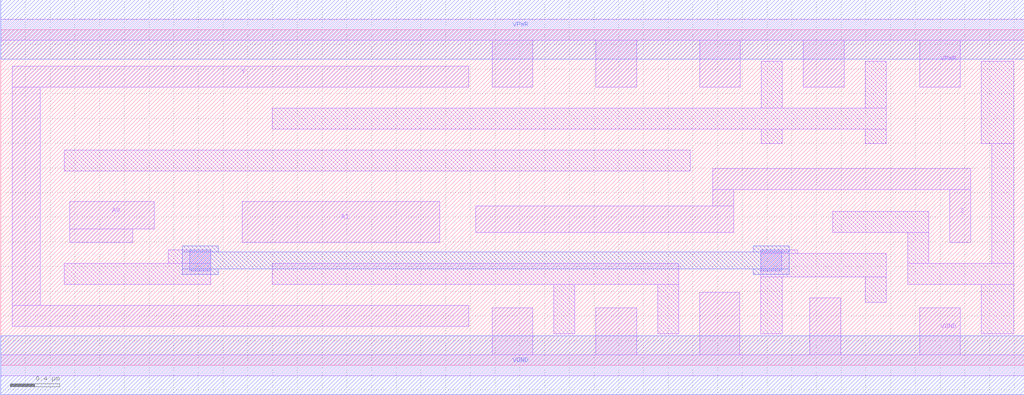
<source format=lef>
# Copyright 2020 The SkyWater PDK Authors
#
# Licensed under the Apache License, Version 2.0 (the "License");
# you may not use this file except in compliance with the License.
# You may obtain a copy of the License at
#
#     https://www.apache.org/licenses/LICENSE-2.0
#
# Unless required by applicable law or agreed to in writing, software
# distributed under the License is distributed on an "AS IS" BASIS,
# WITHOUT WARRANTIES OR CONDITIONS OF ANY KIND, either express or implied.
# See the License for the specific language governing permissions and
# limitations under the License.
#
# SPDX-License-Identifier: Apache-2.0

VERSION 5.5 ;
NAMESCASESENSITIVE ON ;
BUSBITCHARS "[]" ;
DIVIDERCHAR "/" ;
MACRO sky130_fd_sc_hd__mux2i_4
  CLASS CORE ;
  SOURCE USER ;
  ORIGIN  0.000000  0.000000 ;
  SIZE  8.280000 BY  2.720000 ;
  SYMMETRY X Y R90 ;
  SITE unithd ;
  PIN A0
    ANTENNAGATEAREA  0.990000 ;
    DIRECTION INPUT ;
    USE SIGNAL ;
    PORT
      LAYER li1 ;
        RECT 0.560000 0.995000 1.070000 1.105000 ;
        RECT 0.560000 1.105000 1.240000 1.325000 ;
    END
  END A0
  PIN A1
    ANTENNAGATEAREA  0.990000 ;
    DIRECTION INPUT ;
    USE SIGNAL ;
    PORT
      LAYER li1 ;
        RECT 1.955000 0.995000 3.550000 1.325000 ;
    END
  END A1
  PIN S
    ANTENNAGATEAREA  1.237500 ;
    DIRECTION INPUT ;
    USE SIGNAL ;
    PORT
      LAYER li1 ;
        RECT 3.845000 1.075000 5.930000 1.290000 ;
        RECT 5.760000 1.290000 5.930000 1.425000 ;
        RECT 5.760000 1.425000 7.850000 1.595000 ;
        RECT 7.680000 0.995000 7.850000 1.425000 ;
    END
  END S
  PIN Y
    ANTENNADIFFAREA  2.194500 ;
    DIRECTION OUTPUT ;
    USE SIGNAL ;
    PORT
      LAYER li1 ;
        RECT 0.095000 0.315000 3.785000 0.485000 ;
        RECT 0.095000 0.485000 0.320000 2.255000 ;
        RECT 0.095000 2.255000 3.785000 2.425000 ;
    END
  END Y
  PIN VGND
    DIRECTION INOUT ;
    SHAPE ABUTMENT ;
    USE GROUND ;
    PORT
      LAYER li1 ;
        RECT 0.000000 -0.085000 8.280000 0.085000 ;
        RECT 3.975000  0.085000 4.305000 0.465000 ;
        RECT 4.815000  0.085000 5.145000 0.465000 ;
        RECT 5.655000  0.085000 5.980000 0.590000 ;
        RECT 6.545000  0.085000 6.795000 0.545000 ;
        RECT 7.435000  0.085000 7.765000 0.465000 ;
    END
    PORT
      LAYER met1 ;
        RECT 0.000000 -0.240000 8.280000 0.240000 ;
    END
  END VGND
  PIN VPWR
    DIRECTION INOUT ;
    SHAPE ABUTMENT ;
    USE POWER ;
    PORT
      LAYER li1 ;
        RECT 0.000000 2.635000 8.280000 2.805000 ;
        RECT 3.975000 2.255000 4.305000 2.635000 ;
        RECT 4.815000 2.255000 5.145000 2.635000 ;
        RECT 5.655000 2.255000 5.985000 2.635000 ;
        RECT 6.495000 2.255000 6.825000 2.635000 ;
        RECT 7.435000 2.255000 7.765000 2.635000 ;
    END
    PORT
      LAYER met1 ;
        RECT 0.000000 2.480000 8.280000 2.960000 ;
    END
  END VPWR
  OBS
    LAYER li1 ;
      RECT 0.515000 0.655000 1.700000 0.825000 ;
      RECT 0.515000 1.575000 5.580000 1.745000 ;
      RECT 1.355000 0.825000 1.700000 0.935000 ;
      RECT 2.195000 0.655000 5.485000 0.825000 ;
      RECT 2.195000 1.915000 7.165000 2.085000 ;
      RECT 4.475000 0.255000 4.645000 0.655000 ;
      RECT 5.315000 0.255000 5.485000 0.655000 ;
      RECT 6.150000 0.255000 6.325000 0.715000 ;
      RECT 6.150000 0.715000 7.165000 0.905000 ;
      RECT 6.150000 0.905000 6.450000 0.935000 ;
      RECT 6.155000 1.795000 6.325000 1.915000 ;
      RECT 6.155000 2.085000 6.325000 2.465000 ;
      RECT 6.730000 1.075000 7.510000 1.245000 ;
      RECT 6.995000 0.510000 7.165000 0.715000 ;
      RECT 6.995000 1.795000 7.165000 1.915000 ;
      RECT 6.995000 2.085000 7.165000 2.465000 ;
      RECT 7.340000 0.655000 8.195000 0.825000 ;
      RECT 7.340000 0.825000 7.510000 1.075000 ;
      RECT 7.935000 0.255000 8.195000 0.655000 ;
      RECT 7.935000 1.795000 8.195000 2.465000 ;
      RECT 8.020000 0.825000 8.195000 1.795000 ;
    LAYER mcon ;
      RECT 1.530000 0.765000 1.700000 0.935000 ;
      RECT 6.150000 0.765000 6.320000 0.935000 ;
    LAYER met1 ;
      RECT 1.470000 0.735000 1.760000 0.780000 ;
      RECT 1.470000 0.780000 6.380000 0.920000 ;
      RECT 1.470000 0.920000 1.760000 0.965000 ;
      RECT 6.090000 0.735000 6.380000 0.780000 ;
      RECT 6.090000 0.920000 6.380000 0.965000 ;
  END
END sky130_fd_sc_hd__mux2i_4
END LIBRARY

</source>
